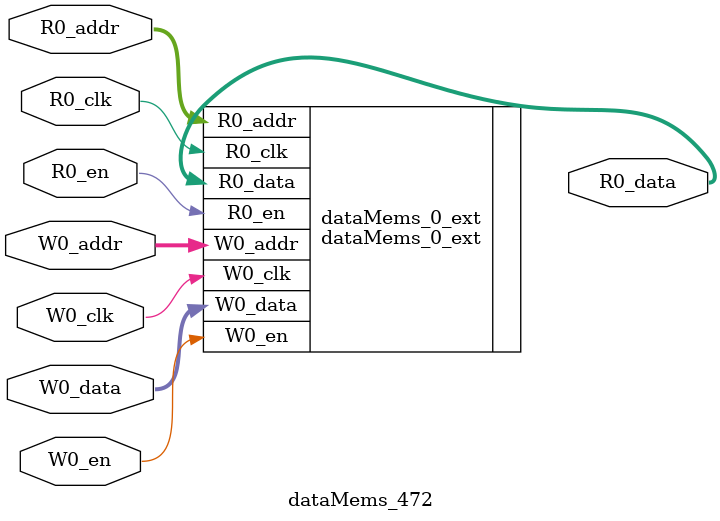
<source format=sv>
`ifndef RANDOMIZE
  `ifdef RANDOMIZE_REG_INIT
    `define RANDOMIZE
  `endif // RANDOMIZE_REG_INIT
`endif // not def RANDOMIZE
`ifndef RANDOMIZE
  `ifdef RANDOMIZE_MEM_INIT
    `define RANDOMIZE
  `endif // RANDOMIZE_MEM_INIT
`endif // not def RANDOMIZE

`ifndef RANDOM
  `define RANDOM $random
`endif // not def RANDOM

// Users can define 'PRINTF_COND' to add an extra gate to prints.
`ifndef PRINTF_COND_
  `ifdef PRINTF_COND
    `define PRINTF_COND_ (`PRINTF_COND)
  `else  // PRINTF_COND
    `define PRINTF_COND_ 1
  `endif // PRINTF_COND
`endif // not def PRINTF_COND_

// Users can define 'ASSERT_VERBOSE_COND' to add an extra gate to assert error printing.
`ifndef ASSERT_VERBOSE_COND_
  `ifdef ASSERT_VERBOSE_COND
    `define ASSERT_VERBOSE_COND_ (`ASSERT_VERBOSE_COND)
  `else  // ASSERT_VERBOSE_COND
    `define ASSERT_VERBOSE_COND_ 1
  `endif // ASSERT_VERBOSE_COND
`endif // not def ASSERT_VERBOSE_COND_

// Users can define 'STOP_COND' to add an extra gate to stop conditions.
`ifndef STOP_COND_
  `ifdef STOP_COND
    `define STOP_COND_ (`STOP_COND)
  `else  // STOP_COND
    `define STOP_COND_ 1
  `endif // STOP_COND
`endif // not def STOP_COND_

// Users can define INIT_RANDOM as general code that gets injected into the
// initializer block for modules with registers.
`ifndef INIT_RANDOM
  `define INIT_RANDOM
`endif // not def INIT_RANDOM

// If using random initialization, you can also define RANDOMIZE_DELAY to
// customize the delay used, otherwise 0.002 is used.
`ifndef RANDOMIZE_DELAY
  `define RANDOMIZE_DELAY 0.002
`endif // not def RANDOMIZE_DELAY

// Define INIT_RANDOM_PROLOG_ for use in our modules below.
`ifndef INIT_RANDOM_PROLOG_
  `ifdef RANDOMIZE
    `ifdef VERILATOR
      `define INIT_RANDOM_PROLOG_ `INIT_RANDOM
    `else  // VERILATOR
      `define INIT_RANDOM_PROLOG_ `INIT_RANDOM #`RANDOMIZE_DELAY begin end
    `endif // VERILATOR
  `else  // RANDOMIZE
    `define INIT_RANDOM_PROLOG_
  `endif // RANDOMIZE
`endif // not def INIT_RANDOM_PROLOG_

// Include register initializers in init blocks unless synthesis is set
`ifndef SYNTHESIS
  `ifndef ENABLE_INITIAL_REG_
    `define ENABLE_INITIAL_REG_
  `endif // not def ENABLE_INITIAL_REG_
`endif // not def SYNTHESIS

// Include rmemory initializers in init blocks unless synthesis is set
`ifndef SYNTHESIS
  `ifndef ENABLE_INITIAL_MEM_
    `define ENABLE_INITIAL_MEM_
  `endif // not def ENABLE_INITIAL_MEM_
`endif // not def SYNTHESIS

module dataMems_472(	// @[generators/ara/src/main/scala/UnsafeAXI4ToTL.scala:365:62]
  input  [4:0]  R0_addr,
  input         R0_en,
  input         R0_clk,
  output [66:0] R0_data,
  input  [4:0]  W0_addr,
  input         W0_en,
  input         W0_clk,
  input  [66:0] W0_data
);

  dataMems_0_ext dataMems_0_ext (	// @[generators/ara/src/main/scala/UnsafeAXI4ToTL.scala:365:62]
    .R0_addr (R0_addr),
    .R0_en   (R0_en),
    .R0_clk  (R0_clk),
    .R0_data (R0_data),
    .W0_addr (W0_addr),
    .W0_en   (W0_en),
    .W0_clk  (W0_clk),
    .W0_data (W0_data)
  );
endmodule


</source>
